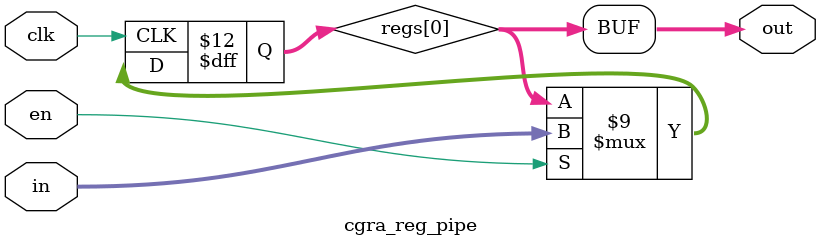
<source format=v>
module cgra_reg_pipe #
(
  parameter NUM_STAGES = 1,
  parameter DATA_WIDTH = 16
)
(
  input clk,
  input en,
  input [DATA_WIDTH-1:0] in,
  output [DATA_WIDTH-1:0] out
);

  reg [DATA_WIDTH-1:0] regs [0:NUM_STAGES-1];
  integer i;

  assign out = regs[NUM_STAGES - 1];

  always @(posedge clk) begin
    if(en) begin
      regs[0] <= in;
      for(i=1; i<NUM_STAGES; i=i+1) begin
        regs[i] <= regs[i - 1];
      end
    end 
  end


  initial begin
    for(i=0; i<NUM_STAGES; i=i+1) begin
      regs[i] = 0;
    end
  end

endmodule
</source>
